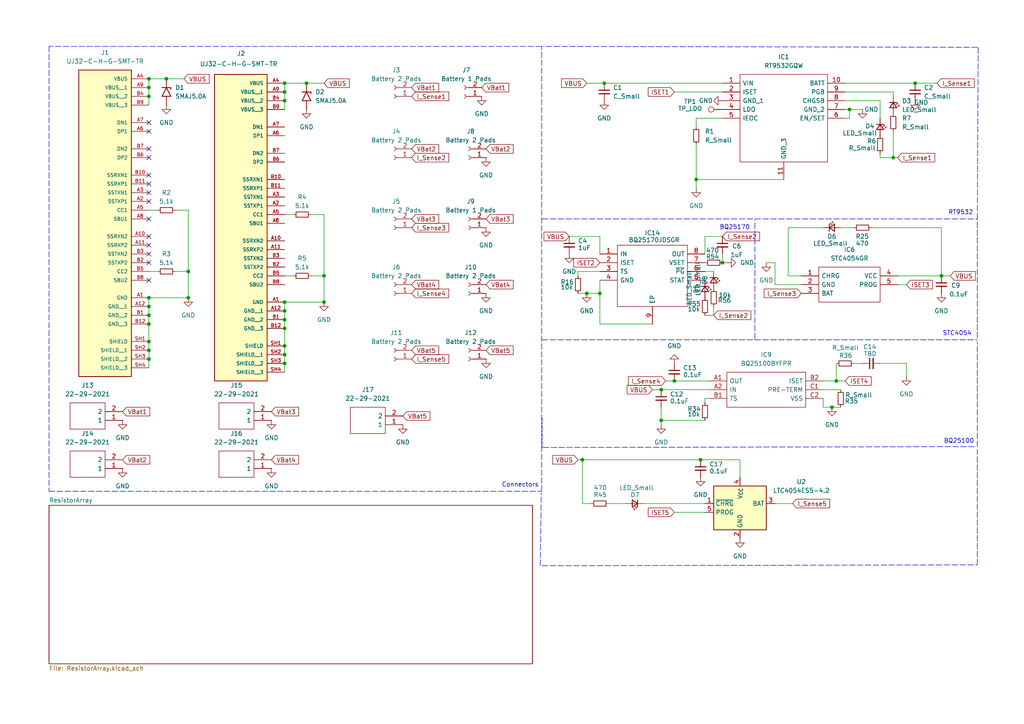
<source format=kicad_sch>
(kicad_sch (version 20231120) (generator "eeschema") (generator_version "8.0")
  (paper "A4")
  (lib_symbols
    (symbol "22-29-2021:22-29-2021" (pin_names (offset 0.762))
      (property "Reference" "J" (at 16.51 7.62 0))
      (property "Value" "22-29-2021" (at 16.51 5.08 0))
      (symbol "22-29-2021_0_0"
        (pin passive line (at 0 0 0) (length 5.08) (name "1") (number "1"))
        (pin passive line (at 0 -2.54 0) (length 5.08) (name "2") (number "2"))
      )
    )
    (symbol "BQ25100BYFPR:BQ25100BYFPR" (pin_names (offset 0.762))
      (property "Reference" "IC" (at 29.21 7.62 0))
      (property "Value" "BQ25100BYFPR" (at 29.21 5.08 0))
      (symbol "BQ25100BYFPR_0_0"
        (pin passive line (at 0 0 0) (length 5.08) (name "OUT") (number "A1"))
        (pin passive line (at 0 -2.54 0) (length 5.08) (name "IN") (number "A2"))
        (pin passive line (at 0 -5.08 0) (length 5.08) (name "TS") (number "B1"))
        (pin passive line (at 33.02 0 180) (length 5.08) (name "ISET") (number "B2"))
        (pin passive line (at 33.02 -2.54 180) (length 5.08) (name "PRE-TERM") (number "C1"))
        (pin passive line (at 33.02 -5.08 180) (length 5.08) (name "VSS") (number "C2"))
      )
    )
    (symbol "BQ25170JDSGR:BQ25170JDSGR" (pin_names (offset 0.762))
      (property "Reference" "IC" (at 26.67 7.62 0))
      (property "Value" "BQ25170JDSGR" (at 26.67 5.08 0))
      (symbol "BQ25170JDSGR_0_0"
        (pin passive line (at 0 0 0) (length 5.08) (name "IN") (number "1"))
        (pin passive line (at 0 -2.54 0) (length 5.08) (name "ISET") (number "2"))
        (pin passive line (at 0 -5.08 0) (length 5.08) (name "TS") (number "3"))
        (pin passive line (at 0 -7.62 0) (length 5.08) (name "GND") (number "4"))
        (pin passive line (at 30.48 -7.62 180) (length 5.08) (name "STAT") (number "5"))
        (pin passive line (at 30.48 -5.08 180) (length 5.08) (name "~{PG}") (number "6"))
        (pin passive line (at 30.48 -2.54 180) (length 5.08) (name "VSET") (number "7"))
        (pin passive line (at 30.48 0 180) (length 5.08) (name "OUT") (number "8"))
        (pin passive line (at 15.24 -20.32 90) (length 5.08) (name "EP") (number "9"))
      )
    )
    (symbol "Battery_Management:LTC4054ES5-4.2"
      (property "Reference" "U" (at -5.842 6.604 0))
      (property "Value" "LTC4054ES5-4.2" (at 1.524 6.604 0))
      (symbol "LTC4054ES5-4.2_1_1"
        (pin open_collector line (at -10.16 0 0) (length 2.54) (name "~{CHRG}") (number "1"))
        (pin power_in line (at 0 -10.16 90) (length 2.54) (name "GND") (number "2"))
        (pin power_out line (at 10.16 0 180) (length 2.54) (name "BAT") (number "3"))
        (pin power_in line (at 0 7.62 270) (length 2.54) (name "V_{CC}") (number "4"))
        (pin bidirectional line (at -10.16 -2.54 0) (length 2.54) (name "PROG") (number "5"))
      )
    )
    (symbol "Connector:Conn_01x02_Socket" (pin_names (offset 1.016) hide)
      (property "Reference" "J" (at 0 2.54 0))
      (property "Value" "Conn_01x02_Socket" (at 0 -5.08 0))
      (symbol "Conn_01x02_Socket_1_1"
        (pin passive line (at -5.08 0 0) (length 3.81) (name "Pin_1") (number "1"))
        (pin passive line (at -5.08 -2.54 0) (length 3.81) (name "Pin_2") (number "2"))
      )
    )
    (symbol "Connector:TestPoint" (pin_numbers hide) (pin_names (offset 0.762) hide)
      (property "Reference" "TP" (at 0 6.858 0))
      (property "Value" "TestPoint" (at 0 5.08 0))
      (symbol "TestPoint_1_1"
        (pin passive line (at 0 0 90) (length 2.54) (name "1") (number "1"))
      )
    )
    (symbol "Device:C_Small" (pin_numbers hide) (pin_names (offset 0.254) hide)
      (property "Reference" "C" (at 0.254 1.778 0))
      (property "Value" "C_Small" (at 0.254 -2.032 0))
      (symbol "C_Small_1_1"
        (pin passive line (at 0 2.54 270) (length 2.032) (name "~") (number "1"))
        (pin passive line (at 0 -2.54 90) (length 2.032) (name "~") (number "2"))
      )
    )
    (symbol "Device:LED_Small" (pin_numbers hide) (pin_names (offset 0.254) hide)
      (property "Reference" "D" (at -1.27 3.175 0))
      (property "Value" "LED_Small" (at -4.445 -2.54 0))
      (symbol "LED_Small_1_1"
        (pin passive line (at -2.54 0 0) (length 1.778) (name "K") (number "1"))
        (pin passive line (at 2.54 0 180) (length 1.778) (name "A") (number "2"))
      )
    )
    (symbol "Device:R_Small" (pin_numbers hide) (pin_names (offset 0.254) hide)
      (property "Reference" "R" (at 0.762 0.508 0))
      (property "Value" "R_Small" (at 0.762 -1.016 0))
      (symbol "R_Small_1_1"
        (pin passive line (at 0 2.54 270) (length 0.762) (name "~") (number "1"))
        (pin passive line (at 0 -2.54 90) (length 0.762) (name "~") (number "2"))
      )
    )
    (symbol "Diode:SMAJ5.0A" (pin_numbers hide) (pin_names (offset 1.016) hide)
      (property "Reference" "D" (at 0 2.54 0))
      (property "Value" "SMAJ5.0A" (at 0 -2.54 0))
      (symbol "SMAJ5.0A_1_1"
        (pin passive line (at -3.81 0 0) (length 2.54) (name "A1") (number "1"))
        (pin passive line (at 3.81 0 180) (length 2.54) (name "A2") (number "2"))
      )
    )
    (symbol "RT9532GQW:RT9532GQW" (pin_names (offset 0.762))
      (property "Reference" "IC" (at 31.75 7.62 0))
      (property "Value" "RT9532GQW" (at 31.75 5.08 0))
      (symbol "RT9532GQW_0_0"
        (pin passive line (at 0 0 0) (length 5.08) (name "VIN") (number "1"))
        (pin passive line (at 35.56 0 180) (length 5.08) (name "BATT") (number "10"))
        (pin passive line (at 17.78 -27.94 90) (length 5.08) (name "GND_3") (number "11"))
        (pin passive line (at 0 -2.54 0) (length 5.08) (name "ISET") (number "2"))
        (pin passive line (at 0 -5.08 0) (length 5.08) (name "GND_1") (number "3"))
        (pin passive line (at 0 -7.62 0) (length 5.08) (name "LDO") (number "4"))
        (pin passive line (at 0 -10.16 0) (length 5.08) (name "IEOC") (number "5"))
        (pin passive line (at 35.56 -10.16 180) (length 5.08) (name "EN/SET") (number "6"))
        (pin passive line (at 35.56 -7.62 180) (length 5.08) (name "GND_2") (number "7"))
        (pin passive line (at 35.56 -5.08 180) (length 5.08) (name "CHGSB") (number "8"))
        (pin passive line (at 35.56 -2.54 180) (length 5.08) (name "PGB") (number "9"))
      )
    )
    (symbol "STC4054GR:STC4054GR" (pin_names (offset 0.762))
      (property "Reference" "IC" (at 24.13 7.62 0))
      (property "Value" "STC4054GR" (at 24.13 5.08 0))
      (symbol "STC4054GR_0_0"
        (pin input line (at 0 0 0) (length 5.08) (name "CHRG") (number "1"))
        (pin power_in line (at 0 -2.54 0) (length 5.08) (name "GND") (number "2"))
        (pin output line (at 0 -5.08 0) (length 5.08) (name "BAT") (number "3"))
        (pin power_in line (at 27.94 0 180) (length 5.08) (name "VCC") (number "4"))
        (pin input line (at 27.94 -2.54 180) (length 5.08) (name "PROG") (number "5"))
      )
    )
    (symbol "UJ32-C-H-G-SMT-TR:UJ32-C-H-G-SMT-TR" (pin_names (offset 1.016))
      (property "Reference" "J" (at -7.62 33.782 0))
      (property "Value" "UJ32-C-H-G-SMT-TR" (at -7.62 -56.642 0))
      (symbol "UJ32-C-H-G-SMT-TR_0_0"
        (pin power_in line (at 12.7 -33.02 180) (length 5.08) (name "GND") (number "A1"))
        (pin bidirectional line (at 12.7 -15.24 180) (length 5.08) (name "SSRXN2") (number "A10"))
        (pin bidirectional line (at 12.7 -17.78 180) (length 5.08) (name "SSRXP2") (number "A11"))
        (pin power_in line (at 12.7 -35.56 180) (length 5.08) (name "GND__1") (number "A12"))
        (pin bidirectional line (at 12.7 -5.08 180) (length 5.08) (name "SSTXP1") (number "A2"))
        (pin bidirectional line (at 12.7 -2.54 180) (length 5.08) (name "SSTXN1") (number "A3"))
        (pin power_in line (at 12.7 30.48 180) (length 5.08) (name "VBUS") (number "A4"))
        (pin bidirectional line (at 12.7 -7.62 180) (length 5.08) (name "CC1") (number "A5"))
        (pin bidirectional line (at 12.7 15.24 180) (length 5.08) (name "DP1") (number "A6"))
        (pin bidirectional line (at 12.7 17.78 180) (length 5.08) (name "DN1") (number "A7"))
        (pin bidirectional line (at 12.7 -10.16 180) (length 5.08) (name "SBU1") (number "A8"))
        (pin power_in line (at 12.7 27.94 180) (length 5.08) (name "VBUS__1") (number "A9"))
        (pin power_in line (at 12.7 -38.1 180) (length 5.08) (name "GND__2") (number "B1"))
        (pin bidirectional line (at 12.7 2.54 180) (length 5.08) (name "SSRXN1") (number "B10"))
        (pin bidirectional line (at 12.7 0 180) (length 5.08) (name "SSRXP1") (number "B11"))
        (pin power_in line (at 12.7 -40.64 180) (length 5.08) (name "GND__3") (number "B12"))
        (pin bidirectional line (at 12.7 -22.86 180) (length 5.08) (name "SSTXP2") (number "B2"))
        (pin bidirectional line (at 12.7 -20.32 180) (length 5.08) (name "SSTXN2") (number "B3"))
        (pin power_in line (at 12.7 25.4 180) (length 5.08) (name "VBUS__2") (number "B4"))
        (pin bidirectional line (at 12.7 -25.4 180) (length 5.08) (name "CC2") (number "B5"))
        (pin bidirectional line (at 12.7 7.62 180) (length 5.08) (name "DP2") (number "B6"))
        (pin bidirectional line (at 12.7 10.16 180) (length 5.08) (name "DN2") (number "B7"))
        (pin bidirectional line (at 12.7 -27.94 180) (length 5.08) (name "SBU2") (number "B8"))
        (pin power_in line (at 12.7 22.86 180) (length 5.08) (name "VBUS__3") (number "B9"))
        (pin passive line (at 12.7 -45.72 180) (length 5.08) (name "SHIELD") (number "SH1"))
        (pin passive line (at 12.7 -48.26 180) (length 5.08) (name "SHIELD__1") (number "SH2"))
        (pin passive line (at 12.7 -50.8 180) (length 5.08) (name "SHIELD__2") (number "SH3"))
        (pin passive line (at 12.7 -53.34 180) (length 5.08) (name "SHIELD__3") (number "SH4"))
      )
    )
    (symbol "power:GND" (power) (pin_numbers hide) (pin_names (offset 0) hide)
      (property "Value" "GND" (at 0 -3.81 0))
      (symbol "GND_1_1"
        (pin power_in line (at 0 0 270) (length 0) (name "~") (number "1"))
      )
    )
  )
  (junction (at 43.18 86.36))
  (junction (at 48.26 22.86))
  (junction (at 82.55 90.17))
  (junction (at 43.18 27.94))
  (junction (at 93.98 80.01))
  (junction (at 242.57 110.49))
  (junction (at 201.93 52.07))
  (junction (at 54.61 86.36))
  (junction (at 43.18 93.98))
  (junction (at 88.9 24.13))
  (junction (at 168.91 133.35))
  (junction (at 43.18 22.86))
  (junction (at 170.18 85.09))
  (junction (at 43.18 104.14))
  (junction (at 273.05 80.01))
  (junction (at 82.55 26.67))
  (junction (at 191.77 113.03))
  (junction (at 82.55 105.41))
  (junction (at 82.55 102.87))
  (junction (at 259.08 45.72))
  (junction (at 241.3 118.11))
  (junction (at 191.77 121.92))
  (junction (at 195.58 110.49))
  (junction (at 43.18 88.9))
  (junction (at 43.18 91.44))
  (junction (at 265.43 24.13))
  (junction (at 82.55 92.71))
  (junction (at 54.61 78.74))
  (junction (at 82.55 29.21))
  (junction (at 93.98 87.63))
  (junction (at 82.55 24.13))
  (junction (at 43.18 99.06))
  (junction (at 43.18 101.6))
  (junction (at 173.99 85.09))
  (junction (at 175.26 24.13))
  (junction (at 82.55 100.33))
  (junction (at 209.55 76.2))
  (junction (at 246.38 31.75))
  (junction (at 82.55 95.25))
  (junction (at 82.55 87.63))
  (junction (at 203.2 133.35))
  (junction (at 43.18 25.4))
  (no_connect (at 43.18 58.42))
  (no_connect (at 43.18 43.18))
  (no_connect (at 43.18 50.8))
  (no_connect (at 43.18 71.12))
  (no_connect (at 43.18 55.88))
  (no_connect (at 43.18 35.56))
  (no_connect (at 43.18 63.5))
  (no_connect (at 43.18 45.72))
  (no_connect (at 43.18 38.1))
  (no_connect (at 43.18 73.66))
  (no_connect (at 43.18 81.28))
  (no_connect (at 43.18 76.2))
  (no_connect (at 43.18 53.34))
  (no_connect (at 43.18 68.58))
  (wire (pts (xy 168.91 133.35) (xy 203.2 133.35)))
  (wire (pts (xy 48.26 22.86) (xy 53.34 22.86)))
  (wire (pts (xy 209.55 76.2) (xy 210.82 76.2)))
  (polyline (pts (xy 157.226 98.552) (xy 218.948 98.552)) (stroke (width 0) (type dash)))
  (wire (pts (xy 195.58 148.59) (xy 204.47 148.59)))
  (wire (pts (xy 228.6 80.01) (xy 232.41 80.01)))
  (wire (pts (xy 247.65 105.41) (xy 250.19 105.41)))
  (polyline (pts (xy 283.464 129.54) (xy 283.464 99.06)) (stroke (width 0) (type dash)))
  (wire (pts (xy 82.55 87.63) (xy 93.98 87.63)))
  (wire (pts (xy 167.64 85.09) (xy 170.18 85.09)))
  (wire (pts (xy 168.91 133.35) (xy 168.91 146.05)))
  (wire (pts (xy 191.77 121.92) (xy 204.47 121.92)))
  (wire (pts (xy 238.76 110.49) (xy 242.57 110.49)))
  (wire (pts (xy 238.76 66.04) (xy 228.6 66.04)))
  (wire (pts (xy 43.18 78.74) (xy 45.72 78.74)))
  (wire (pts (xy 252.73 66.04) (xy 273.05 66.04)))
  (wire (pts (xy 167.64 80.01) (xy 167.64 78.74)))
  (wire (pts (xy 255.27 45.72) (xy 255.27 44.45)))
  (wire (pts (xy 43.18 93.98) (xy 43.18 99.06)))
  (wire (pts (xy 224.79 76.2) (xy 222.25 76.2)))
  (wire (pts (xy 193.04 110.49) (xy 195.58 110.49)))
  (wire (pts (xy 82.55 24.13) (xy 88.9 24.13)))
  (wire (pts (xy 43.18 101.6) (xy 43.18 104.14)))
  (wire (pts (xy 238.76 115.57) (xy 238.76 118.11)))
  (wire (pts (xy 176.53 146.05) (xy 181.61 146.05)))
  (wire (pts (xy 273.05 66.04) (xy 273.05 80.01)))
  (polyline (pts (xy 283.464 98.044) (xy 283.464 63.5)) (stroke (width 0) (type dash)))
  (wire (pts (xy 204.47 78.74) (xy 207.01 78.74)))
  (polyline (pts (xy 283.464 13.716) (xy 157.607 13.462)) (stroke (width 0) (type dash)))
  (wire (pts (xy 82.55 29.21) (xy 82.55 31.75)))
  (wire (pts (xy 82.55 87.63) (xy 82.55 90.17)))
  (wire (pts (xy 259.08 38.1) (xy 259.08 45.72)))
  (wire (pts (xy 82.55 100.33) (xy 82.55 102.87)))
  (wire (pts (xy 82.55 80.01) (xy 85.09 80.01)))
  (wire (pts (xy 43.18 30.48) (xy 43.18 27.94)))
  (polyline (pts (xy 156.718 164.084) (xy 156.972 143.002)) (stroke (width 0) (type dash)))
  (wire (pts (xy 201.93 52.07) (xy 201.93 41.91)))
  (wire (pts (xy 246.38 31.75) (xy 250.19 31.75)))
  (wire (pts (xy 209.55 73.66) (xy 209.55 76.2)))
  (wire (pts (xy 255.27 105.41) (xy 262.89 105.41)))
  (polyline (pts (xy 157.226 164.084) (xy 283.464 163.83)) (stroke (width 0) (type dash)))
  (wire (pts (xy 204.47 115.57) (xy 205.74 115.57)))
  (wire (pts (xy 224.79 76.2) (xy 224.79 82.55)))
  (polyline (pts (xy 218.948 98.552) (xy 283.464 98.552)) (stroke (width 0) (type dash)))
  (polyline (pts (xy 283.464 63.5) (xy 283.718 13.716)) (stroke (width 0) (type dash)))
  (wire (pts (xy 209.55 34.29) (xy 201.93 34.29)))
  (polyline (pts (xy 283.464 163.83) (xy 283.464 130.302)) (stroke (width 0) (type dash)))
  (wire (pts (xy 82.55 26.67) (xy 82.55 29.21)))
  (wire (pts (xy 82.55 90.17) (xy 82.55 92.71)))
  (polyline (pts (xy 218.948 98.298) (xy 218.948 63.754)) (stroke (width 0) (type dash)))
  (wire (pts (xy 209.55 24.13) (xy 175.26 24.13)))
  (wire (pts (xy 189.23 93.98) (xy 173.99 93.98)))
  (wire (pts (xy 201.93 52.07) (xy 227.33 52.07)))
  (wire (pts (xy 171.45 146.05) (xy 168.91 146.05)))
  (wire (pts (xy 43.18 91.44) (xy 43.18 93.98)))
  (polyline (pts (xy 14.224 142.494) (xy 157.099 142.494)) (stroke (width 0) (type dash)))
  (wire (pts (xy 173.99 93.98) (xy 173.99 85.09)))
  (wire (pts (xy 262.89 105.41) (xy 262.89 109.22)))
  (wire (pts (xy 167.64 133.35) (xy 168.91 133.35)))
  (wire (pts (xy 204.47 68.58) (xy 209.55 68.58)))
  (wire (pts (xy 82.55 62.23) (xy 85.09 62.23)))
  (wire (pts (xy 82.55 102.87) (xy 82.55 105.41)))
  (polyline (pts (xy 14.224 13.462) (xy 14.224 142.494)) (stroke (width 0) (type dash)))
  (wire (pts (xy 90.17 62.23) (xy 93.98 62.23)))
  (wire (pts (xy 88.9 24.13) (xy 93.98 24.13)))
  (wire (pts (xy 173.99 81.28) (xy 173.99 85.09)))
  (wire (pts (xy 204.47 91.44) (xy 207.01 91.44)))
  (wire (pts (xy 228.6 66.04) (xy 228.6 80.01)))
  (wire (pts (xy 167.64 78.74) (xy 173.99 78.74)))
  (wire (pts (xy 43.18 86.36) (xy 54.61 86.36)))
  (wire (pts (xy 260.35 80.01) (xy 273.05 80.01)))
  (wire (pts (xy 201.93 34.29) (xy 201.93 36.83)))
  (wire (pts (xy 54.61 60.96) (xy 54.61 78.74)))
  (wire (pts (xy 201.93 54.61) (xy 201.93 52.07)))
  (wire (pts (xy 43.18 22.86) (xy 48.26 22.86)))
  (wire (pts (xy 82.55 95.25) (xy 82.55 100.33)))
  (wire (pts (xy 246.38 34.29) (xy 246.38 31.75)))
  (wire (pts (xy 82.55 24.13) (xy 82.55 26.67)))
  (wire (pts (xy 93.98 80.01) (xy 90.17 80.01)))
  (wire (pts (xy 50.8 60.96) (xy 54.61 60.96)))
  (wire (pts (xy 43.18 60.96) (xy 45.72 60.96)))
  (wire (pts (xy 195.58 26.67) (xy 209.55 26.67)))
  (wire (pts (xy 170.18 24.13) (xy 175.26 24.13)))
  (wire (pts (xy 245.11 26.67) (xy 259.08 26.67)))
  (wire (pts (xy 207.01 88.9) (xy 207.01 91.44)))
  (wire (pts (xy 54.61 78.74) (xy 50.8 78.74)))
  (polyline (pts (xy 157.48 129.794) (xy 282.956 129.54)) (stroke (width 0) (type dash)))
  (wire (pts (xy 54.61 78.74) (xy 54.61 86.36)))
  (wire (pts (xy 224.79 146.05) (xy 229.87 146.05)))
  (polyline (pts (xy 157.226 63.5) (xy 283.464 63.5)) (stroke (width 0) (type dash)))
  (wire (pts (xy 238.76 113.03) (xy 243.84 113.03)))
  (wire (pts (xy 245.11 29.21) (xy 255.27 29.21)))
  (wire (pts (xy 43.18 27.94) (xy 43.18 25.4)))
  (wire (pts (xy 93.98 62.23) (xy 93.98 80.01)))
  (wire (pts (xy 259.08 26.67) (xy 259.08 27.94)))
  (wire (pts (xy 214.63 133.35) (xy 214.63 138.43)))
  (wire (pts (xy 43.18 99.06) (xy 43.18 101.6)))
  (wire (pts (xy 255.27 29.21) (xy 255.27 34.29)))
  (wire (pts (xy 191.77 118.11) (xy 191.77 121.92)))
  (wire (pts (xy 189.23 113.03) (xy 191.77 113.03)))
  (wire (pts (xy 82.55 105.41) (xy 82.55 107.95)))
  (wire (pts (xy 93.98 80.01) (xy 93.98 87.63)))
  (wire (pts (xy 43.18 86.36) (xy 43.18 88.9)))
  (wire (pts (xy 173.99 68.58) (xy 165.1 68.58)))
  (wire (pts (xy 259.08 45.72) (xy 255.27 45.72)))
  (wire (pts (xy 245.11 34.29) (xy 246.38 34.29)))
  (wire (pts (xy 224.79 82.55) (xy 232.41 82.55)))
  (wire (pts (xy 273.05 80.01) (xy 275.59 80.01)))
  (wire (pts (xy 186.69 146.05) (xy 204.47 146.05)))
  (wire (pts (xy 170.18 85.09) (xy 173.99 85.09)))
  (wire (pts (xy 245.11 24.13) (xy 265.43 24.13)))
  (wire (pts (xy 204.47 73.66) (xy 204.47 68.58)))
  (wire (pts (xy 260.35 82.55) (xy 262.89 82.55)))
  (wire (pts (xy 203.2 133.35) (xy 214.63 133.35)))
  (wire (pts (xy 241.3 118.11) (xy 243.84 118.11)))
  (wire (pts (xy 265.43 24.13) (xy 271.78 24.13)))
  (wire (pts (xy 242.57 105.41) (xy 242.57 110.49)))
  (wire (pts (xy 43.18 88.9) (xy 43.18 91.44)))
  (polyline (pts (xy 157.099 13.462) (xy 14.224 13.462)) (stroke (width 0) (type dash)))
  (wire (pts (xy 191.77 113.03) (xy 205.74 113.03)))
  (wire (pts (xy 243.84 66.04) (xy 247.65 66.04)))
  (wire (pts (xy 245.11 31.75) (xy 246.38 31.75)))
  (wire (pts (xy 195.58 110.49) (xy 205.74 110.49)))
  (wire (pts (xy 82.55 92.71) (xy 82.55 95.25)))
  (polyline (pts (xy 157.099 142.494) (xy 157.099 13.462)) (stroke (width 0) (type dash)))
  (polyline (pts (xy 157.226 129.794) (xy 157.226 120.904)) (stroke (width 0) (type dash)))
  (wire (pts (xy 204.47 116.84) (xy 204.47 115.57)))
  (wire (pts (xy 43.18 104.14) (xy 43.18 106.68)))
  (wire (pts (xy 43.18 25.4) (xy 43.18 22.86)))
  (wire (pts (xy 242.57 110.49) (xy 245.11 110.49)))
  (wire (pts (xy 260.35 45.72) (xy 259.08 45.72)))
  (wire (pts (xy 191.77 121.92) (xy 191.77 123.19)))
  (wire (pts (xy 173.99 73.66) (xy 173.99 68.58)))
  (wire (pts (xy 238.76 118.11) (xy 241.3 118.11)))
  (text "STC4054\n" (at 277.622 96.774 0) (effects (font (size 1.27 1.27))))
  (text "RT9532\n" (at 278.638 61.722 0) (effects (font (size 1.27 1.27))))
  (text "BQ25100\n" (at 278.13 128.016 0) (effects (font (size 1.27 1.27))))
  (text "Connectors\n" (at 150.876 140.716 0) (effects (font (size 1.27 1.27))))
  (text "BQ25170" (at 213.106 66.04 0) (effects (font (size 1.27 1.27))))
  (global_label "VBat3" (shape input) (at 78.74 119.38 0) (property "Intersheetrefs" "${INTERSHEET_REFS}" (effects (hide yes))))
  (global_label "VBUS" (shape input) (at 93.98 24.13 0) (property "Intersheetrefs" "${INTERSHEET_REFS}" (effects (hide yes))))
  (global_label "VBUS" (shape input) (at 275.59 80.01 0) (property "Intersheetrefs" "${INTERSHEET_REFS}" (effects (hide yes))))
  (global_label "VBat4" (shape input) (at 119.38 82.55 0) (property "Intersheetrefs" "${INTERSHEET_REFS}" (effects (hide yes))))
  (global_label "I_Sense1" (shape input) (at 119.38 27.94 0) (property "Intersheetrefs" "${INTERSHEET_REFS}" (effects (hide yes))))
  (global_label "I_Sense5" (shape input) (at 119.38 104.14 0) (property "Intersheetrefs" "${INTERSHEET_REFS}" (effects (hide yes))))
  (global_label "VBat4" (shape input) (at 78.74 133.35 0) (property "Intersheetrefs" "${INTERSHEET_REFS}" (effects (hide yes))))
  (global_label "ISET4" (shape input) (at 245.11 110.49 0) (property "Intersheetrefs" "${INTERSHEET_REFS}" (effects (hide yes))))
  (global_label "VBUS" (shape input) (at 165.1 68.58 180) (property "Intersheetrefs" "${INTERSHEET_REFS}" (effects (hide yes))))
  (global_label "VBat4" (shape input) (at 140.97 82.55 0) (property "Intersheetrefs" "${INTERSHEET_REFS}" (effects (hide yes))))
  (global_label "VBat3" (shape input) (at 140.97 63.5 0) (property "Intersheetrefs" "${INTERSHEET_REFS}" (effects (hide yes))))
  (global_label "VBat2" (shape input) (at 35.56 133.35 0) (property "Intersheetrefs" "${INTERSHEET_REFS}" (effects (hide yes))))
  (global_label "VBat1" (shape input) (at 119.38 25.4 0) (property "Intersheetrefs" "${INTERSHEET_REFS}" (effects (hide yes))))
  (global_label "I_Sense1" (shape input) (at 271.78 24.13 0) (property "Intersheetrefs" "${INTERSHEET_REFS}" (effects (hide yes))))
  (global_label "VBUS" (shape input) (at 53.34 22.86 0) (property "Intersheetrefs" "${INTERSHEET_REFS}" (effects (hide yes))))
  (global_label "I_Sense1" (shape input) (at 260.35 45.72 0) (property "Intersheetrefs" "${INTERSHEET_REFS}" (effects (hide yes))))
  (global_label "ISET5" (shape input) (at 195.58 148.59 180) (property "Intersheetrefs" "${INTERSHEET_REFS}" (effects (hide yes))))
  (global_label "I_Sense2" (shape input) (at 209.55 68.58 0) (property "Intersheetrefs" "${INTERSHEET_REFS}" (effects (hide yes))))
  (global_label "ISET2" (shape input) (at 173.99 76.2 180) (property "Intersheetrefs" "${INTERSHEET_REFS}" (effects (hide yes))))
  (global_label "I_Sense4" (shape input) (at 119.38 85.09 0) (property "Intersheetrefs" "${INTERSHEET_REFS}" (effects (hide yes))))
  (global_label "VBUS" (shape input) (at 167.64 133.35 180) (property "Intersheetrefs" "${INTERSHEET_REFS}" (effects (hide yes))))
  (global_label "VBat1" (shape input) (at 139.7 25.4 0) (property "Intersheetrefs" "${INTERSHEET_REFS}" (effects (hide yes))))
  (global_label "I_Sense3" (shape input) (at 119.38 66.04 0) (property "Intersheetrefs" "${INTERSHEET_REFS}" (effects (hide yes))))
  (global_label "VBat1" (shape input) (at 35.56 119.38 0) (property "Intersheetrefs" "${INTERSHEET_REFS}" (effects (hide yes))))
  (global_label "VBat3" (shape input) (at 119.38 63.5 0) (property "Intersheetrefs" "${INTERSHEET_REFS}" (effects (hide yes))))
  (global_label "ISET3" (shape input) (at 262.89 82.55 0) (property "Intersheetrefs" "${INTERSHEET_REFS}" (effects (hide yes))))
  (global_label "VBat2" (shape input) (at 119.38 43.18 0) (property "Intersheetrefs" "${INTERSHEET_REFS}" (effects (hide yes))))
  (global_label "VBat5" (shape input) (at 140.97 101.6 0) (property "Intersheetrefs" "${INTERSHEET_REFS}" (effects (hide yes))))
  (global_label "VBat2" (shape input) (at 140.97 43.18 0) (property "Intersheetrefs" "${INTERSHEET_REFS}" (effects (hide yes))))
  (global_label "I_Sense3" (shape input) (at 232.41 85.09 180) (property "Intersheetrefs" "${INTERSHEET_REFS}" (effects (hide yes))))
  (global_label "VBat5" (shape input) (at 116.84 120.65 0) (property "Intersheetrefs" "${INTERSHEET_REFS}" (effects (hide yes))))
  (global_label "I_Sense5" (shape input) (at 229.87 146.05 0) (property "Intersheetrefs" "${INTERSHEET_REFS}" (effects (hide yes))))
  (global_label "I_Sense2" (shape input) (at 119.38 45.72 0) (property "Intersheetrefs" "${INTERSHEET_REFS}" (effects (hide yes))))
  (global_label "ISET1" (shape input) (at 195.58 26.67 180) (property "Intersheetrefs" "${INTERSHEET_REFS}" (effects (hide yes))))
  (global_label "VBUS" (shape input) (at 170.18 24.13 180) (property "Intersheetrefs" "${INTERSHEET_REFS}" (effects (hide yes))))
  (global_label "VBat5" (shape input) (at 119.38 101.6 0) (property "Intersheetrefs" "${INTERSHEET_REFS}" (effects (hide yes))))
  (global_label "I_Sense4" (shape input) (at 193.04 110.49 180) (property "Intersheetrefs" "${INTERSHEET_REFS}" (effects (hide yes))))
  (global_label "VBUS" (shape input) (at 189.23 113.03 180) (property "Intersheetrefs" "${INTERSHEET_REFS}" (effects (hide yes))))
  (global_label "I_Sense2" (shape input) (at 207.01 91.44 0) (property "Intersheetrefs" "${INTERSHEET_REFS}" (effects (hide yes))))
  (symbol (lib_id "Device:C_Small") (at 203.2 135.89 0) (unit 1)
    (property "Reference" "C17" (at 205.74 134.6262 0) (effects (justify left)))
    (property "Value" "0.1uF" (at 205.74 136.652 0) (effects (justify left)))
    (property "Footprint" "Capacitor_SMD:C_0603_1608Metric_Pad1.08x0.95mm_HandSolder" (effects (hide yes)))
    (property "Description" "Unpolarized capacitor, small symbol" (effects (hide yes)))
  )
  (symbol (lib_id "Device:C_Small") (at 252.73 105.41 90) (unit 1)
    (property "Reference" "C14" (at 254.254 100.584 90) (effects (justify left)))
    (property "Value" "TBD" (at 254.254 102.616 90) (effects (justify left)))
    (property "Footprint" "Capacitor_SMD:C_0603_1608Metric_Pad1.08x0.95mm_HandSolder" (effects (hide yes)))
    (property "Description" "Unpolarized capacitor, small symbol" (effects (hide yes)))
  )
  (symbol (lib_id "power:GND") (at 35.56 135.89 0) (unit 1)
    (property "Reference" "#PWR067" (effects (hide yes)))
    (property "Value" "GND" (at 35.56 140.97 0))
    (property "Description" "Power symbol creates a global label with name \"GND\" , ground" (effects (hide yes)))
  )
  (symbol (lib_id "power:GND") (at 93.98 87.63 0) (unit 1)
    (property "Reference" "#PWR04" (effects (hide yes)))
    (property "Value" "GND" (at 93.98 92.71 0))
    (property "Description" "Power symbol creates a global label with name \"GND\" , ground" (effects (hide yes)))
  )
  (symbol (lib_id "STC4054GR:STC4054GR") (at 232.41 80.01 0) (unit 1)
    (property "Reference" "IC6" (at 246.38 72.39 0))
    (property "Value" "STC4054GR" (at 246.38 74.93 0))
    (property "Footprint" "Footprints:SOT95P280X110-5N" (effects (hide yes)))
    (property "Datasheet" "https://componentsearchengine.com/Datasheets/2/STC4054GR.pdf" (effects (hide yes)))
    (property "Description_1" "800mA Li-Ion Battery Charger TSOT23-5 STMicroelectronics STC4054GR, Battery Charger, 800mA, 5-Pin TSOT-23" (effects (hide yes)))
    (property "Height" "1.1" (effects (hide yes)))
    (property "Mouser Part Number" "511-STC4054GR" (effects (hide yes)))
    (property "Mouser Price/Stock" "https://www.mouser.co.uk/ProductDetail/STMicroelectronics/STC4054GR?qs=%252BFmDY%2FmH7Ib7AgzA73nDoQ%3D%3D" (effects (hide yes)))
    (property "Manufacturer_Name" "STMicroelectronics" (effects (hide yes)))
    (property "Manufacturer_Part_Number" "STC4054GR" (effects (hide yes)))
  )
  (symbol (lib_id "Connector:Conn_01x02_Socket") (at 135.89 66.04 180) (unit 1)
    (property "Reference" "J9" (at 136.525 58.42 0))
    (property "Value" "Battery 1 Pads" (at 136.525 60.96 0))
    (property "Footprint" "Connector_PinHeader_2.54mm:PinHeader_1x02_P2.54mm_Vertical" (effects (hide yes)))
    (property "Description" "Generic connector, single row, 01x02, script generated" (effects (hide yes)))
  )
  (symbol (lib_id "Device:C_Small") (at 191.77 115.57 0) (unit 1)
    (property "Reference" "C12" (at 194.31 114.3062 0) (effects (justify left)))
    (property "Value" "0.1uF" (at 194.31 116.332 0) (effects (justify left)))
    (property "Footprint" "Capacitor_SMD:C_0603_1608Metric_Pad1.08x0.95mm_HandSolder" (effects (hide yes)))
    (property "Description" "Unpolarized capacitor, small symbol" (effects (hide yes)))
  )
  (symbol (lib_id "22-29-2021:22-29-2021") (at 78.74 121.92 180) (unit 1)
    (property "Reference" "J15" (at 68.58 111.76 0))
    (property "Value" "22-29-2021" (at 68.58 114.3 0))
    (property "Footprint" "Footprints:SHDR2W64P0X254_1X2_508X580X1170P" (effects (hide yes)))
    (property "Datasheet" "https://www.molex.com/pdm_docs/sd/022292021_sd.pdf" (effects (hide yes)))
    (property "Description_1" "Molex KK 254 6410, 2.54mm Pitch, 2 Way, 1 Row, Straight PCB Header, Through Hole" (effects (hide yes)))
    (property "Height" "11.7" (effects (hide yes)))
    (property "Mouser Part Number" "538-22-29-2021" (effects (hide yes)))
    (property "Mouser Price/Stock" "https://www.mouser.co.uk/ProductDetail/Molex/22-29-2021?qs=5gBG3L055oM6MLYs649kIA%3D%3D" (effects (hide yes)))
    (property "Manufacturer_Name" "Molex" (effects (hide yes)))
    (property "Manufacturer_Part_Number" "22-29-2021" (effects (hide yes)))
  )
  (symbol (lib_id "Connector:Conn_01x02_Socket") (at 134.62 27.94 180) (unit 1)
    (property "Reference" "J7" (at 135.255 20.32 0))
    (property "Value" "Battery 1 Pads" (at 135.255 22.86 0))
    (property "Footprint" "Connector_PinHeader_2.54mm:PinHeader_1x02_P2.54mm_Vertical" (effects (hide yes)))
    (property "Description" "Generic connector, single row, 01x02, script generated" (effects (hide yes)))
  )
  (symbol (lib_id "Device:LED_Small") (at 204.47 83.82 270) (unit 1)
    (property "Reference" "D5" (at 201.93 85.1536 0) (effects (justify right)))
    (property "Value" "LED_Small" (at 199.898 88.392 0) (effects (justify right)))
    (property "Footprint" "LED_SMD:LED_0603_1608Metric" (effects (hide yes)))
    (property "Description" "Light emitting diode, small symbol" (effects (hide yes)))
  )
  (symbol (lib_id "Device:R_Small") (at 48.26 60.96 90) (unit 1)
    (property "Reference" "R2" (at 48.26 55.88 90))
    (property "Value" "5.1k" (at 48.26 58.42 90))
    (property "Footprint" "Resistor_SMD:R_0603_1608Metric" (effects (hide yes)))
    (property "Description" "Resistor, small symbol" (effects (hide yes)))
  )
  (symbol (lib_id "Diode:SMAJ5.0A") (at 48.26 26.67 270) (unit 1)
    (property "Reference" "D1" (at 50.8 25.3999 90) (effects (justify left)))
    (property "Value" "SMAJ5.0A" (at 50.8 27.9399 90) (effects (justify left)))
    (property "Footprint" "Diode_SMD:D_SMA" (effects (hide yes)))
    (property "Datasheet" "https://www.littelfuse.com/media?resourcetype=datasheets&itemid=75e32973-b177-4ee3-a0ff-cedaf1abdb93&filename=smaj-datasheet" (effects (hide yes)))
    (property "Description" "400W unidirectional Transient Voltage Suppressor, 5.0Vr, SMA(DO-214AC)" (effects (hide yes)))
  )
  (symbol (lib_id "Device:R_Small") (at 204.47 119.38 0) (unit 1)
    (property "Reference" "R34" (at 199.39 118.618 0) (effects (justify left)))
    (property "Value" "10k" (at 199.39 120.142 0) (effects (justify left)))
    (property "Footprint" "Capacitor_SMD:C_0603_1608Metric" (effects (hide yes)))
    (property "Description" "Resistor, small symbol" (effects (hide yes)))
  )
  (symbol (lib_id "Device:C_Small") (at 209.55 71.12 0) (unit 1)
    (property "Reference" "C6" (at 212.344 71.374 0) (effects (justify left)))
    (property "Value" "1uF" (at 211.836 73.914 0) (effects (justify left)))
    (property "Footprint" "Capacitor_SMD:C_0603_1608Metric_Pad1.08x0.95mm_HandSolder" (effects (hide yes)))
    (property "Description" "Unpolarized capacitor, small symbol" (effects (hide yes)))
  )
  (symbol (lib_id "Connector:Conn_01x02_Socket") (at 114.3 66.04 180) (unit 1)
    (property "Reference" "J5" (at 114.935 58.42 0))
    (property "Value" "Battery 2 Pads" (at 114.935 60.96 0))
    (property "Footprint" "Connector_PinHeader_2.54mm:PinHeader_1x02_P2.54mm_Vertical" (effects (hide yes)))
    (property "Description" "Generic connector, single row, 01x02, script generated" (effects (hide yes)))
  )
  (symbol (lib_id "Connector:Conn_01x02_Socket") (at 135.89 85.09 180) (unit 1)
    (property "Reference" "J10" (at 136.525 77.47 0))
    (property "Value" "Battery 2 Pads" (at 136.525 80.01 0))
    (property "Footprint" "Connector_PinHeader_2.54mm:PinHeader_1x02_P2.54mm_Vertical" (effects (hide yes)))
    (property "Description" "Generic connector, single row, 01x02, script generated" (effects (hide yes)))
  )
  (symbol (lib_id "Device:C_Small") (at 175.26 26.67 0) (unit 1)
    (property "Reference" "C1" (at 177.8 25.4062 0) (effects (justify left)))
    (property "Value" "C_Small" (at 177.8 27.9462 0) (effects (justify left)))
    (property "Footprint" "Capacitor_SMD:C_0603_1608Metric_Pad1.08x0.95mm_HandSolder" (effects (hide yes)))
    (property "Description" "Unpolarized capacitor, small symbol" (effects (hide yes)))
  )
  (symbol (lib_id "Connector:Conn_01x02_Socket") (at 135.89 45.72 180) (unit 1)
    (property "Reference" "J8" (at 136.525 38.1 0))
    (property "Value" "Battery 2 Pads" (at 136.525 40.64 0))
    (property "Footprint" "Connector_PinHeader_2.54mm:PinHeader_1x02_P2.54mm_Vertical" (effects (hide yes)))
    (property "Description" "Generic connector, single row, 01x02, script generated" (effects (hide yes)))
  )
  (symbol (lib_id "Diode:SMAJ5.0A") (at 88.9 27.94 270) (unit 1)
    (property "Reference" "D2" (at 91.44 26.6699 90) (effects (justify left)))
    (property "Value" "SMAJ5.0A" (at 91.44 29.2099 90) (effects (justify left)))
    (property "Footprint" "Diode_SMD:D_SMA" (effects (hide yes)))
    (property "Datasheet" "https://www.littelfuse.com/media?resourcetype=datasheets&itemid=75e32973-b177-4ee3-a0ff-cedaf1abdb93&filename=smaj-datasheet" (effects (hide yes)))
    (property "Description" "400W unidirectional Transient Voltage Suppressor, 5.0Vr, SMA(DO-214AC)" (effects (hide yes)))
  )
  (symbol (lib_id "power:GND") (at 175.26 29.21 0) (unit 1)
    (property "Reference" "#PWR011" (effects (hide yes)))
    (property "Value" "GND" (at 175.26 34.29 0))
    (property "Description" "Power symbol creates a global label with name \"GND\" , ground" (effects (hide yes)))
  )
  (symbol (lib_id "Device:R_Small") (at 173.99 146.05 270) (unit 1)
    (property "Reference" "R45" (at 176.022 143.51 90) (effects (justify right)))
    (property "Value" "470" (at 176.022 141.478 90) (effects (justify right)))
    (property "Footprint" "Resistor_SMD:R_0603_1608Metric" (effects (hide yes)))
    (property "Description" "Resistor, small symbol" (effects (hide yes)))
  )
  (symbol (lib_id "UJ32-C-H-G-SMT-TR:UJ32-C-H-G-SMT-TR") (at 69.85 54.61 0) (unit 1)
    (property "Reference" "J2" (at 71.12 15.494 0) (effects (justify right)))
    (property "Value" "UJ32-C-H-G-SMT-TR" (at 80.518 18.542 0) (effects (justify right)))
    (property "Footprint" "Footprints:CUI_UJ32-C-H-G-SMT-TR" (effects (hide yes)))
    (property "PARTREV" "1.01" (effects (hide yes)))
    (property "STANDARD" "Manufacturer Recommendations" (effects (hide yes)))
    (property "SNAPEDA_PN" "UJ32-C-H-G-SMT-TR" (effects (hide yes)))
    (property "MAXIMUM_PACKAGE_HEIGHT" "3.71mm" (effects (hide yes)))
    (property "MANUFACTURER" "CUI Devices" (effects (hide yes)))
  )
  (symbol (lib_id "Device:C_Small") (at 195.58 107.95 0) (unit 1)
    (property "Reference" "C13" (at 198.12 106.6862 0) (effects (justify left)))
    (property "Value" "0.1uF" (at 198.12 108.712 0) (effects (justify left)))
    (property "Footprint" "Capacitor_SMD:C_0603_1608Metric_Pad1.08x0.95mm_HandSolder" (effects (hide yes)))
    (property "Description" "Unpolarized capacitor, small symbol" (effects (hide yes)))
  )
  (symbol (lib_id "power:GND") (at 139.7 27.94 0) (unit 1)
    (property "Reference" "#PWR05" (effects (hide yes)))
    (property "Value" "GND" (at 139.7 33.02 0))
    (property "Description" "Power symbol creates a global label with name \"GND\" , ground" (effects (hide yes)))
  )
  (symbol (lib_id "Device:LED_Small") (at 259.08 30.48 270) (unit 1)
    (property "Reference" "D3" (at 261.62 29.2734 90) (effects (justify left)))
    (property "Value" "LED_Small" (at 261.62 31.8134 90) (effects (justify left)))
    (property "Footprint" "LED_SMD:LED_0603_1608Metric" (effects (hide yes)))
    (property "Description" "Light emitting diode, small symbol" (effects (hide yes)))
  )
  (symbol (lib_id "power:GND") (at 262.89 109.22 0) (unit 1)
    (property "Reference" "#PWR052" (effects (hide yes)))
    (property "Value" "GND" (at 262.89 114.3 0))
    (property "Description" "Power symbol creates a global label with name \"GND\" , ground" (effects (hide yes)))
  )
  (symbol (lib_id "power:GND") (at 250.19 31.75 0) (unit 1)
    (property "Reference" "#PWR013" (effects (hide yes)))
    (property "Value" "GND" (at 252.73 31.75 0))
    (property "Description" "Power symbol creates a global label with name \"GND\" , ground" (effects (hide yes)))
  )
  (symbol (lib_id "power:GND") (at 140.97 66.04 0) (unit 1)
    (property "Reference" "#PWR07" (effects (hide yes)))
    (property "Value" "GND" (at 140.97 71.12 0))
    (property "Description" "Power symbol creates a global label with name \"GND\" , ground" (effects (hide yes)))
  )
  (symbol (lib_id "power:GND") (at 78.74 121.92 0) (unit 1)
    (property "Reference" "#PWR065" (effects (hide yes)))
    (property "Value" "GND" (at 78.74 127 0))
    (property "Description" "Power symbol creates a global label with name \"GND\" , ground" (effects (hide yes)))
  )
  (symbol (lib_id "power:GND") (at 222.25 76.2 0) (unit 1)
    (property "Reference" "#PWR038" (effects (hide yes)))
    (property "Value" "GND" (at 222.25 81.28 0))
    (property "Description" "Power symbol creates a global label with name \"GND\" , ground" (effects (hide yes)))
  )
  (symbol (lib_id "power:GND") (at 35.56 121.92 0) (unit 1)
    (property "Reference" "#PWR068" (effects (hide yes)))
    (property "Value" "GND" (at 35.56 127 0))
    (property "Description" "Power symbol creates a global label with name \"GND\" , ground" (effects (hide yes)))
  )
  (symbol (lib_id "power:GND") (at 209.55 29.21 270) (unit 1)
    (property "Reference" "#PWR010" (effects (hide yes)))
    (property "Value" "GND" (at 206.756 29.21 90) (effects (justify right)))
    (property "Description" "Power symbol creates a global label with name \"GND\" , ground" (effects (hide yes)))
  )
  (symbol (lib_id "Device:R_Small") (at 167.64 82.55 0) (unit 1)
    (property "Reference" "R16" (at 162.56 81.788 0) (effects (justify left)))
    (property "Value" "10k" (at 162.56 83.312 0) (effects (justify left)))
    (property "Footprint" "Capacitor_SMD:C_0603_1608Metric" (effects (hide yes)))
    (property "Description" "Resistor, small symbol" (effects (hide yes)))
  )
  (symbol (lib_id "power:GND") (at 88.9 31.75 0) (unit 1)
    (property "Reference" "#PWR03" (effects (hide yes)))
    (property "Value" "GND" (at 88.9 36.83 0))
    (property "Description" "Power symbol creates a global label with name \"GND\" , ground" (effects (hide yes)))
  )
  (symbol (lib_id "22-29-2021:22-29-2021") (at 78.74 135.89 180) (unit 1)
    (property "Reference" "J16" (at 68.58 125.73 0))
    (property "Value" "22-29-2021" (at 68.58 128.27 0))
    (property "Footprint" "Footprints:SHDR2W64P0X254_1X2_508X580X1170P" (effects (hide yes)))
    (property "Datasheet" "https://www.molex.com/pdm_docs/sd/022292021_sd.pdf" (effects (hide yes)))
    (property "Description_1" "Molex KK 254 6410, 2.54mm Pitch, 2 Way, 1 Row, Straight PCB Header, Through Hole" (effects (hide yes)))
    (property "Height" "11.7" (effects (hide yes)))
    (property "Mouser Part Number" "538-22-29-2021" (effects (hide yes)))
    (property "Mouser Price/Stock" "https://www.mouser.co.uk/ProductDetail/Molex/22-29-2021?qs=5gBG3L055oM6MLYs649kIA%3D%3D" (effects (hide yes)))
    (property "Manufacturer_Name" "Molex" (effects (hide yes)))
    (property "Manufacturer_Part_Number" "22-29-2021" (effects (hide yes)))
  )
  (symbol (lib_id "power:GND") (at 201.93 54.61 0) (unit 1)
    (property "Reference" "#PWR09" (effects (hide yes)))
    (property "Value" "GND" (at 201.93 59.69 0))
    (property "Description" "Power symbol creates a global label with name \"GND\" , ground" (effects (hide yes)))
  )
  (symbol (lib_id "Device:LED_Small") (at 184.15 146.05 180) (unit 1)
    (property "Reference" "D7" (at 182.8164 143.51 0) (effects (justify right)))
    (property "Value" "LED_Small" (at 179.578 141.478 0) (effects (justify right)))
    (property "Footprint" "LED_SMD:LED_0603_1608Metric" (effects (hide yes)))
    (property "Description" "Light emitting diode, small symbol" (effects (hide yes)))
  )
  (symbol (lib_id "Device:R_Small") (at 207.01 86.36 180) (unit 1)
    (property "Reference" "R56" (at 212.09 87.122 0) (effects (justify left)))
    (property "Value" "10k" (at 212.09 85.598 0) (effects (justify left)))
    (property "Footprint" "Capacitor_SMD:C_0603_1608Metric" (effects (hide yes)))
    (property "Description" "Resistor, small symbol" (effects (hide yes)))
  )
  (symbol (lib_id "Device:R_Small") (at 87.63 80.01 90) (unit 1)
    (property "Reference" "R5" (at 87.63 74.93 90))
    (property "Value" "5.1k" (at 87.63 77.47 90))
    (property "Footprint" "Resistor_SMD:R_0603_1608Metric" (effects (hide yes)))
    (property "Description" "Resistor, small symbol" (effects (hide yes)))
  )
  (symbol (lib_id "power:GND") (at 170.18 85.09 0) (unit 1)
    (property "Reference" "#PWR021" (effects (hide yes)))
    (property "Value" "GND" (at 170.18 90.17 0))
    (property "Description" "Power symbol creates a global label with name \"GND\" , ground" (effects (hide yes)))
  )
  (symbol (lib_id "power:GND") (at 210.82 76.2 90) (unit 1)
    (property "Reference" "#PWR023" (effects (hide yes)))
    (property "Value" "GND" (at 214.63 76.1999 90) (effects (justify right)))
    (property "Description" "Power symbol creates a global label with name \"GND\" , ground" (effects (hide yes)))
  )
  (symbol (lib_id "Connector:Conn_01x02_Socket") (at 114.3 85.09 180) (unit 1)
    (property "Reference" "J6" (at 114.935 77.47 0))
    (property "Value" "Battery 2 Pads" (at 114.935 80.01 0))
    (property "Footprint" "Connector_PinHeader_2.54mm:PinHeader_1x02_P2.54mm_Vertical" (effects (hide yes)))
    (property "Description" "Generic connector, single row, 01x02, script generated" (effects (hide yes)))
  )
  (symbol (lib_id "22-29-2021:22-29-2021") (at 116.84 123.19 180) (unit 1)
    (property "Reference" "J17" (at 106.68 113.03 0))
    (property "Value" "22-29-2021" (at 106.68 115.57 0))
    (property "Footprint" "Footprints:SHDR2W64P0X254_1X2_508X580X1170P" (effects (hide yes)))
    (property "Datasheet" "https://www.molex.com/pdm_docs/sd/022292021_sd.pdf" (effects (hide yes)))
    (property "Description_1" "Molex KK 254 6410, 2.54mm Pitch, 2 Way, 1 Row, Straight PCB Header, Through Hole" (effects (hide yes)))
    (property "Height" "11.7" (effects (hide yes)))
    (property "Mouser Part Number" "538-22-29-2021" (effects (hide yes)))
    (property "Mouser Price/Stock" "https://www.mouser.co.uk/ProductDetail/Molex/22-29-2021?qs=5gBG3L055oM6MLYs649kIA%3D%3D" (effects (hide yes)))
    (property "Manufacturer_Name" "Molex" (effects (hide yes)))
    (property "Manufacturer_Part_Number" "22-29-2021" (effects (hide yes)))
  )
  (symbol (lib_id "Device:LED_Small") (at 241.3 66.04 0) (unit 1)
    (property "Reference" "D6" (at 242.6336 68.58 0) (effects (justify right)))
    (property "Value" "LED_Small" (at 245.872 70.612 0) (effects (justify right)))
    (property "Footprint" "LED_SMD:LED_0603_1608Metric" (effects (hide yes)))
    (property "Description" "Light emitting diode, small symbol" (effects (hide yes)))
  )
  (symbol (lib_id "power:GND") (at 191.77 123.19 0) (unit 1)
    (property "Reference" "#PWR049" (effects (hide yes)))
    (property "Value" "GND" (at 191.77 128.27 0))
    (property "Description" "Power symbol creates a global label with name \"GND\" , ground" (effects (hide yes)))
  )
  (symbol (lib_id "Device:R_Small") (at 250.19 66.04 90) (unit 1)
    (property "Reference" "R25" (at 248.158 68.58 90) (effects (justify right)))
    (property "Value" "470" (at 248.158 70.612 90) (effects (justify right)))
    (property "Footprint" "Resistor_SMD:R_0603_1608Metric" (effects (hide yes)))
    (property "Description" "Resistor, small symbol" (effects (hide yes)))
  )
  (symbol (lib_id "Device:R_Small") (at 255.27 41.91 0) (unit 1)
    (property "Reference" "R6" (at 251.46 40.894 0) (effects (justify left)))
    (property "Value" "R_Small" (at 246.126 42.926 0) (effects (justify left)))
    (property "Footprint" "Capacitor_SMD:C_0603_1608Metric" (effects (hide yes)))
    (property "Description" "Resistor, small symbol" (effects (hide yes)))
  )
  (symbol (lib_id "power:GND") (at 78.74 135.89 0) (unit 1)
    (property "Reference" "#PWR066" (effects (hide yes)))
    (property "Value" "GND" (at 78.74 140.97 0))
    (property "Description" "Power symbol creates a global label with name \"GND\" , ground" (effects (hide yes)))
  )
  (symbol (lib_id "UJ32-C-H-G-SMT-TR:UJ32-C-H-G-SMT-TR") (at 30.48 53.34 0) (unit 1)
    (property "Reference" "J1" (at 30.48 15.24 0))
    (property "Value" "UJ32-C-H-G-SMT-TR" (at 30.48 17.78 0))
    (property "Footprint" "Footprints:CUI_UJ32-C-H-G-SMT-TR" (effects (hide yes)))
    (property "PARTREV" "1.01" (effects (hide yes)))
    (property "STANDARD" "Manufacturer Recommendations" (effects (hide yes)))
    (property "SNAPEDA_PN" "UJ32-C-H-G-SMT-TR" (effects (hide yes)))
    (property "MAXIMUM_PACKAGE_HEIGHT" "3.71mm" (effects (hide yes)))
    (property "MANUFACTURER" "CUI Devices" (effects (hide yes)))
  )
  (symbol (lib_id "power:GND") (at 48.26 30.48 0) (unit 1)
    (property "Reference" "#PWR01" (effects (hide yes)))
    (property "Value" "GND" (at 48.26 35.56 0))
    (property "Description" "Power symbol creates a global label with name \"GND\" , ground" (effects (hide yes)))
  )
  (symbol (lib_id "Device:R_Small") (at 87.63 62.23 90) (unit 1)
    (property "Reference" "R4" (at 87.63 57.15 90))
    (property "Value" "5.1k" (at 87.63 59.69 90))
    (property "Footprint" "Resistor_SMD:R_0603_1608Metric" (effects (hide yes)))
    (property "Description" "Resistor, small symbol" (effects (hide yes)))
  )
  (symbol (lib_id "Connector:TestPoint") (at 209.55 31.75 90) (unit 1)
    (property "Reference" "TP1" (at 200.152 29.464 90))
    (property "Value" "TP_LDO" (at 200.152 31.496 90))
    (property "Footprint" "TestPoint:TestPoint_Pad_1.0x1.0mm" (effects (hide yes)))
    (property "Description" "test point" (effects (hide yes)))
  )
  (symbol (lib_id "Device:R_Small") (at 207.01 76.2 90) (unit 1)
    (property "Reference" "R54" (at 204.724 74.422 90) (effects (justify right)))
    (property "Value" "470" (at 204.724 72.644 90) (effects (justify right)))
    (property "Footprint" "Resistor_SMD:R_0603_1608Metric" (effects (hide yes)))
    (property "Description" "Resistor, small symbol" (effects (hide yes)))
  )
  (symbol (lib_id "power:GND") (at 214.63 156.21 0) (unit 1)
    (property "Reference" "#PWR069" (effects (hide yes)))
    (property "Value" "GND" (at 214.63 161.29 0))
    (property "Description" "Power symbol creates a global label with name \"GND\" , ground" (effects (hide yes)))
  )
  (symbol (lib_id "Device:R_Small") (at 245.11 105.41 270) (unit 1)
    (property "Reference" "R36" (at 243.332 103.124 90) (effects (justify left)))
    (property "Value" "R_Small" (at 241.3 100.838 90) (effects (justify left)))
    (property "Footprint" "Capacitor_SMD:C_0603_1608Metric" (effects (hide yes)))
    (property "Description" "Resistor, small symbol" (effects (hide yes)))
  )
  (symbol (lib_id "power:GND") (at 241.3 118.11 0) (unit 1)
    (property "Reference" "#PWR051" (effects (hide yes)))
    (property "Value" "GND" (at 241.3 123.19 0))
    (property "Description" "Power symbol creates a global label with name \"GND\" , ground" (effects (hide yes)))
  )
  (symbol (lib_id "power:GND") (at 54.61 86.36 0) (unit 1)
    (property "Reference" "#PWR02" (effects (hide yes)))
    (property "Value" "GND" (at 54.61 91.44 0))
    (property "Description" "Power symbol creates a global label with name \"GND\" , ground" (effects (hide yes)))
  )
  (symbol (lib_id "power:GND") (at 265.43 29.21 0) (unit 1)
    (property "Reference" "#PWR012" (effects (hide yes)))
    (property "Value" "GND" (at 267.208 29.718 0))
    (property "Description" "Power symbol creates a global label with name \"GND\" , ground" (effects (hide yes)))
  )
  (symbol (lib_id "Device:R_Small") (at 204.47 88.9 0) (unit 1)
    (property "Reference" "R55" (at 199.39 88.138 0) (effects (justify left)))
    (property "Value" "10k" (at 199.39 89.662 0) (effects (justify left)))
    (property "Footprint" "Capacitor_SMD:C_0603_1608Metric" (effects (hide yes)))
    (property "Description" "Resistor, small symbol" (effects (hide yes)))
  )
  (symbol (lib_id "Device:LED_Small") (at 255.27 36.83 270) (unit 1)
    (property "Reference" "D4" (at 250.952 36.576 90) (effects (justify left)))
    (property "Value" "LED_Small" (at 244.348 38.608 90) (effects (justify left)))
    (property "Footprint" "LED_SMD:LED_0603_1608Metric" (effects (hide yes)))
    (property "Description" "Light emitting diode, small symbol" (effects (hide yes)))
  )
  (symbol (lib_id "Device:R_Small") (at 48.26 78.74 90) (unit 1)
    (property "Reference" "R3" (at 48.26 73.66 90))
    (property "Value" "5.1k" (at 48.26 76.2 90))
    (property "Footprint" "Resistor_SMD:R_0603_1608Metric" (effects (hide yes)))
    (property "Description" "Resistor, small symbol" (effects (hide yes)))
  )
  (symbol (lib_id "power:GND") (at 140.97 104.14 0) (unit 1)
    (property "Reference" "#PWR063" (effects (hide yes)))
    (property "Value" "GND" (at 140.97 109.22 0))
    (property "Description" "Power symbol creates a global label with name \"GND\" , ground" (effects (hide yes)))
  )
  (symbol (lib_id "Battery_Management:LTC4054ES5-4.2") (at 214.63 146.05 0) (unit 1)
    (property "Reference" "U2" (at 232.41 139.7314 0))
    (property "Value" "LTC4054ES5-4.2" (at 232.41 142.2714 0))
    (property "Footprint" "Package_TO_SOT_SMD:TSOT-23-5" (effects (hide yes)))
    (property "Datasheet" "https://www.analog.com/media/en/technical-documentation/data-sheets/405442xf.pdf" (effects (hide yes)))
    (property "Description" "Constant-current/constant-voltage linear charger for single cell lithium-ion batteries with 2.9V Trickle Charge, 4.5V to 6.5V VDD, -40 to +85 degree Celsius, TSOT-23-5" (effects (hide yes)))
  )
  (symbol (lib_id "Device:C_Small") (at 273.05 82.55 0) (unit 1)
    (property "Reference" "C9" (at 275.844 82.804 0) (effects (justify left)))
    (property "Value" "0.1uF" (at 275.336 85.344 0) (effects (justify left)))
    (property "Footprint" "Capacitor_SMD:C_0603_1608Metric_Pad1.08x0.95mm_HandSolder" (effects (hide yes)))
    (property "Description" "Unpolarized capacitor, small symbol" (effects (hide yes)))
  )
  (symbol (lib_id "power:GND") (at 165.1 73.66 0) (unit 1)
    (property "Reference" "#PWR022" (effects (hide yes)))
    (property "Value" "GND" (at 165.1 78.74 0))
    (property "Description" "Power symbol creates a global label with name \"GND\" , ground" (effects (hide yes)))
  )
  (symbol (lib_id "power:GND") (at 195.58 105.41 180) (unit 1)
    (property "Reference" "#PWR050" (effects (hide yes)))
    (property "Value" "GND" (at 195.58 100.33 0))
    (property "Description" "Power symbol creates a global label with name \"GND\" , ground" (effects (hide yes)))
  )
  (symbol (lib_id "Connector:Conn_01x02_Socket") (at 135.89 104.14 180) (unit 1)
    (property "Reference" "J12" (at 136.525 96.52 0))
    (property "Value" "Battery 2 Pads" (at 136.525 99.06 0))
    (property "Footprint" "Connector_PinHeader_2.54mm:PinHeader_1x02_P2.54mm_Vertical" (effects (hide yes)))
    (property "Description" "Generic connector, single row, 01x02, script generated" (effects (hide yes)))
  )
  (symbol (lib_id "Device:LED_Small") (at 207.01 81.28 270) (unit 1)
    (property "Reference" "D8" (at 204.47 82.6136 0) (effects (justify right)))
    (property "Value" "LED_Small" (at 202.438 85.852 0) (effects (justify right)))
    (property "Footprint" "LED_SMD:LED_0603_1608Metric" (effects (hide yes)))
    (property "Description" "Light emitting diode, small symbol" (effects (hide yes)))
  )
  (symbol (lib_id "BQ25170JDSGR:BQ25170JDSGR") (at 173.99 73.66 0) (unit 1)
    (property "Reference" "IC14" (at 189.23 67.564 0))
    (property "Value" "BQ25170JDSGR" (at 189.738 69.596 0))
    (property "Footprint" "Footprints:SON50P200X200X80-9N" (effects (hide yes)))
    (property "Datasheet" "https://www.ti.com/lit/ds/symlink/bq25170j.pdf?ts=1649696800811&ref_url=https%253A%252F%252Fwww.ti.com%252Fproduct%252FBQ25170J" (effects (hide yes)))
    (property "Description_1" "Battery Management 800-mA JEITA-compliant linear battery charger for 1-cell Li-Ion and LiFePO4" (effects (hide yes)))
    (property "Height" "0.8" (effects (hide yes)))
    (property "Mouser Part Number" "595-BQ25170JDSGR" (effects (hide yes)))
    (property "Mouser Price/Stock" "https://www.mouser.co.uk/ProductDetail/Texas-Instruments/BQ25170JDSGR?qs=A6eO%252BMLsxmRHugWPcRNj7A%3D%3D" (effects (hide yes)))
    (property "Manufacturer_Name" "Texas Instruments" (effects (hide yes)))
    (property "Manufacturer_Part_Number" "BQ25170JDSGR" (effects (hide yes)))
  )
  (symbol (lib_id "power:GND") (at 273.05 85.09 0) (unit 1)
    (property "Reference" "#PWR037" (effects (hide yes)))
    (property "Value" "GND" (at 273.05 90.17 0))
    (property "Description" "Power symbol creates a global label with name \"GND\" , ground" (effects (hide yes)))
  )
  (symbol (lib_id "Connector:Conn_01x02_Socket") (at 114.3 104.14 180) (unit 1)
    (property "Reference" "J11" (at 114.935 96.52 0))
    (property "Value" "Battery 2 Pads" (at 114.935 99.06 0))
    (property "Footprint" "Connector_PinHeader_2.54mm:PinHeader_1x02_P2.54mm_Vertical" (effects (hide yes)))
    (property "Description" "Generic connector, single row, 01x02, script generated" (effects (hide yes)))
  )
  (symbol (lib_id "Device:R_Small") (at 243.84 115.57 180) (unit 1)
    (property "Reference" "R35" (at 248.92 116.332 0) (effects (justify left)))
    (property "Value" "R_Small" (at 252.984 114.554 0) (effects (justify left)))
    (property "Footprint" "Capacitor_SMD:C_0603_1608Metric" (effects (hide yes)))
    (property "Description" "Resistor, small symbol" (effects (hide yes)))
  )
  (symbol (lib_id "Device:R_Small") (at 259.08 35.56 0) (unit 1)
    (property "Reference" "R7" (at 261.62 34.2899 0) (effects (justify left)))
    (property "Value" "R_Small" (at 261.62 36.8299 0) (effects (justify left)))
    (property "Footprint" "Capacitor_SMD:C_0603_1608Metric" (effects (hide yes)))
    (property "Description" "Resistor, small symbol" (effects (hide yes)))
  )
  (symbol (lib_id "BQ25100BYFPR:BQ25100BYFPR") (at 205.74 110.49 0) (unit 1)
    (property "Reference" "IC9" (at 222.25 102.87 0))
    (property "Value" "BQ25100BYFPR" (at 222.25 105.41 0))
    (property "Footprint" "Footprints:BGA6C40P2X3_88X158X50" (effects (hide yes)))
    (property "Datasheet" "http://www.ti.com/lit/gpn/bq25100b" (effects (hide yes)))
    (property "Description_1" "250-mA Single Cell Li-Ion Battery Charger, 1mA Termination, 75nA Battery lLakage" (effects (hide yes)))
    (property "Height" "0.5" (effects (hide yes)))
    (property "Mouser Part Number" "595-BQ25100BYFPR" (effects (hide yes)))
    (property "Mouser Price/Stock" "https://www.mouser.co.uk/ProductDetail/Texas-Instruments/BQ25100BYFPR?qs=cttFivMKqWyyjqWelknU7w%3D%3D" (effects (hide yes)))
    (property "Manufacturer_Name" "Texas Instruments" (effects (hide yes)))
    (property "Manufacturer_Part_Number" "BQ25100BYFPR" (effects (hide yes)))
  )
  (symbol (lib_id "Connector:Conn_01x02_Socket") (at 114.3 45.72 180) (unit 1)
    (property "Reference" "J4" (at 114.935 38.1 0))
    (property "Value" "Battery 2 Pads" (at 114.935 40.64 0))
    (property "Footprint" "Connector_PinHeader_2.54mm:PinHeader_1x02_P2.54mm_Vertical" (effects (hide yes)))
    (property "Description" "Generic connector, single row, 01x02, script generated" (effects (hide yes)))
  )
  (symbol (lib_id "Device:R_Small") (at 201.93 39.37 0) (unit 1)
    (property "Reference" "R1" (at 204.47 38.0999 0) (effects (justify left)))
    (property "Value" "R_Small" (at 204.47 40.6399 0) (effects (justify left)))
    (property "Footprint" "Resistor_SMD:R_0603_1608Metric" (effects (hide yes)))
    (property "Description" "Resistor, small symbol" (effects (hide yes)))
  )
  (symbol (lib_id "22-29-2021:22-29-2021") (at 35.56 135.89 180) (unit 1)
    (property "Reference" "J14" (at 25.4 125.73 0))
    (property "Value" "22-29-2021" (at 25.4 128.27 0))
    (property "Footprint" "Footprints:SHDR2W64P0X254_1X2_508X580X1170P" (effects (hide yes)))
    (property "Datasheet" "https://www.molex.com/pdm_docs/sd/022292021_sd.pdf" (effects (hide yes)))
    (property "Description_1" "Molex KK 254 6410, 2.54mm Pitch, 2 Way, 1 Row, Straight PCB Header, Through Hole" (effects (hide yes)))
    (property "Height" "11.7" (effects (hide yes)))
    (property "Mouser Part Number" "538-22-29-2021" (effects (hide yes)))
    (property "Mouser Price/Stock" "https://www.mouser.co.uk/ProductDetail/Molex/22-29-2021?qs=5gBG3L055oM6MLYs649kIA%3D%3D" (effects (hide yes)))
    (property "Manufacturer_Name" "Molex" (effects (hide yes)))
    (property "Manufacturer_Part_Number" "22-29-2021" (effects (hide yes)))
  )
  (symbol (lib_id "Connector:Conn_01x02_Socket") (at 114.3 27.94 180) (unit 1)
    (property "Reference" "J3" (at 114.935 20.32 0))
    (property "Value" "Battery 2 Pads" (at 114.935 22.86 0))
    (property "Footprint" "Connector_PinHeader_2.54mm:PinHeader_1x02_P2.54mm_Vertical" (effects (hide yes)))
    (property "Description" "Generic connector, single row, 01x02, script generated" (effects (hide yes)))
  )
  (symbol (lib_id "Device:C_Small") (at 165.1 71.12 0) (unit 1)
    (property "Reference" "C4" (at 167.64 69.8562 0) (effects (justify left)))
    (property "Value" "1uF" (at 167.64 71.882 0) (effects (justify left)))
    (property "Footprint" "Capacitor_SMD:C_0603_1608Metric_Pad1.08x0.95mm_HandSolder" (effects (hide yes)))
    (property "Description" "Unpolarized capacitor, small symbol" (effects (hide yes)))
  )
  (symbol (lib_id "power:GND") (at 203.2 138.43 0) (unit 1)
    (property "Reference" "#PWR070" (effects (hide yes)))
    (property "Value" "GND" (at 203.2 143.51 0))
    (property "Description" "Power symbol creates a global label with name \"GND\" , ground" (effects (hide yes)))
  )
  (symbol (lib_id "22-29-2021:22-29-2021") (at 35.56 121.92 180) (unit 1)
    (property "Reference" "J13" (at 25.4 111.76 0))
    (property "Value" "22-29-2021" (at 25.4 114.3 0))
    (property "Footprint" "Footprints:SHDR2W64P0X254_1X2_508X580X1170P" (effects (hide yes)))
    (property "Datasheet" "https://www.molex.com/pdm_docs/sd/022292021_sd.pdf" (effects (hide yes)))
    (property "Description_1" "Molex KK 254 6410, 2.54mm Pitch, 2 Way, 1 Row, Straight PCB Header, Through Hole" (effects (hide yes)))
    (property "Height" "11.7" (effects (hide yes)))
    (property "Mouser Part Number" "538-22-29-2021" (effects (hide yes)))
    (property "Mouser Price/Stock" "https://www.mouser.co.uk/ProductDetail/Molex/22-29-2021?qs=5gBG3L055oM6MLYs649kIA%3D%3D" (effects (hide yes)))
    (property "Manufacturer_Name" "Molex" (effects (hide yes)))
    (property "Manufacturer_Part_Number" "22-29-2021" (effects (hide yes)))
  )
  (symbol (lib_id "power:GND") (at 116.84 123.19 0) (unit 1)
    (property "Reference" "#PWR064" (effects (hide yes)))
    (property "Value" "GND" (at 116.84 128.27 0))
    (property "Description" "Power symbol creates a global label with name \"GND\" , ground" (effects (hide yes)))
  )
  (symbol (lib_id "power:GND") (at 140.97 85.09 0) (unit 1)
    (property "Reference" "#PWR08" (effects (hide yes)))
    (property "Value" "GND" (at 140.97 90.17 0))
    (property "Description" "Power symbol creates a global label with name \"GND\" , ground" (effects (hide yes)))
  )
  (symbol (lib_id "Device:C_Small") (at 265.43 26.67 0) (unit 1)
    (property "Reference" "C2" (at 267.97 25.4062 0) (effects (justify left)))
    (property "Value" "C_Small" (at 267.97 27.9462 0) (effects (justify left)))
    (property "Footprint" "Capacitor_SMD:C_0603_1608Metric_Pad1.08x0.95mm_HandSolder" (effects (hide yes)))
    (property "Description" "Unpolarized capacitor, small symbol" (effects (hide yes)))
  )
  (symbol (lib_id "RT9532GQW:RT9532GQW") (at 209.55 24.13 0) (unit 1)
    (property "Reference" "IC1" (at 227.33 16.51 0))
    (property "Value" "RT9532GQW" (at 227.33 19.05 0))
    (property "Footprint" "Footprints:SON50P200X300X80-11N" (effects (hide yes)))
    (property "Datasheet" "https://www.richtek.com/assets/product_file/RT9532/DS9532-01.pdf" (effects (hide yes)))
    (property "Description_1" "IC BATT CHRGR LI-ION SGL 10WQFN" (effects (hide yes)))
    (property "Height" "0.8" (effects (hide yes)))
    (property "Manufacturer_Name" "RICHTEK" (effects (hide yes)))
    (property "Manufacturer_Part_Number" "RT9532GQW" (effects (hide yes)))
  )
  (symbol (lib_id "power:GND") (at 140.97 45.72 0) (unit 1)
    (property "Reference" "#PWR06" (effects (hide yes)))
    (property "Value" "GND" (at 140.97 50.8 0))
    (property "Description" "Power symbol creates a global label with name \"GND\" , ground" (effects (hide yes)))
  )
  (sheet (at 14.224 146.558) (size 140.208 45.974) (stroke (width 0.1524))
    (property "Sheetname" "ResistorArray" (at 14.224 145.8464 0) (effects (justify left bottom)))
    (property "Sheetfile" "ResistorArray.kicad_sch" (at 14.224 193.1166 0) (effects (justify left top)))
  )
)
</source>
